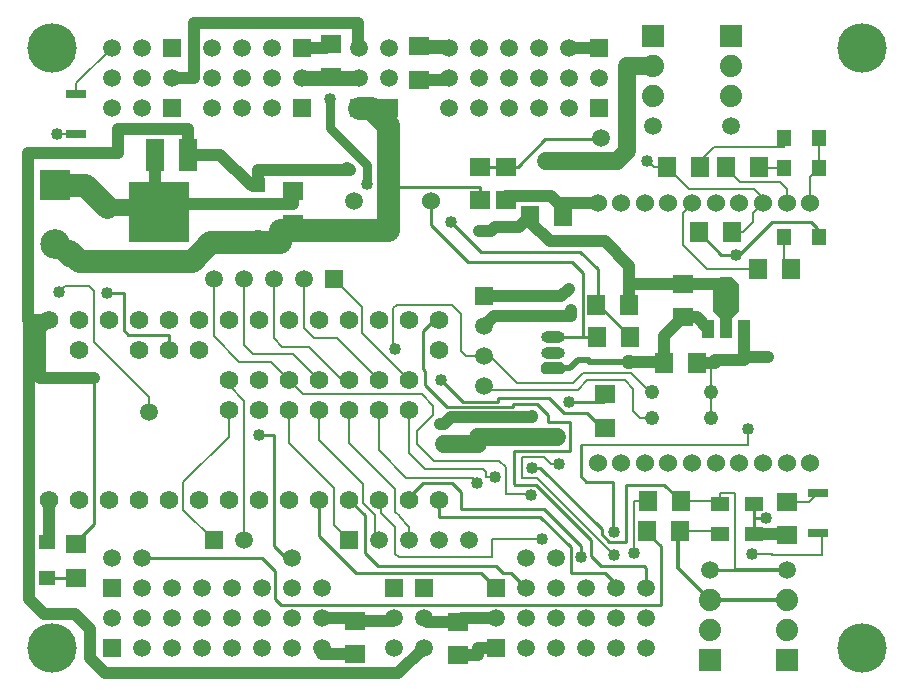
<source format=gtl>
G04 DipTrace Beta 2.3.5.2*
%INTeensy3.1XBreakout.gtl*%
%MOIN*%
%ADD13C,0.04*%
%ADD14C,0.008*%
%ADD15C,0.03*%
%ADD16C,0.01*%
%ADD17C,0.02*%
%ADD18C,0.055*%
%ADD19C,0.075*%
%ADD20C,0.06*%
%ADD21C,0.0394*%
%ADD22C,0.05*%
%ADD23C,0.012*%
%ADD24C,0.0591*%
%ADD29R,0.0669X0.0315*%
%ADD30R,0.0709X0.063*%
%ADD31R,0.063X0.0709*%
%ADD32R,0.063X0.1063*%
%ADD33R,0.0591X0.0591*%
%ADD34C,0.0591*%
%ADD35R,0.0591X0.0472*%
%ADD36R,0.0984X0.0984*%
%ADD37C,0.0984*%
%ADD39R,0.074X0.074*%
%ADD40C,0.074*%
%ADD41R,0.0551X0.0472*%
%ADD42O,0.0787X0.0394*%
%ADD43C,0.0489*%
%ADD44R,0.0472X0.0551*%
%ADD45C,0.06*%
%ADD46C,0.0619*%
%ADD47R,0.2X0.2*%
%ADD48R,0.05X0.05*%
%ADD50R,0.0394X0.0591*%
%ADD52C,0.165*%
%FSLAX44Y44*%
G04*
G70*
G90*
G75*
G01*
%LNTop*%
%LPD*%
X28611Y16080D2*
D13*
Y15130D1*
X29410D1*
X27042Y14930D2*
X27636D1*
Y15050D1*
X28611D1*
Y16080D1*
X9540Y24440D2*
X10290D1*
Y26290D1*
X15740D1*
Y25440D1*
X15790D1*
X30827Y20271D2*
D14*
Y21136D1*
X31131Y21440D1*
Y22440D1*
X14810Y23740D2*
D15*
Y22760D1*
X16040Y21530D1*
Y20910D1*
X19940Y17160D2*
D13*
X22530D1*
X22780Y17410D1*
X27524Y13990D2*
D14*
Y14818D1*
X27636Y14930D1*
X27524Y13990D2*
Y13110D1*
X12425Y20860D2*
D13*
X12170D1*
X11140Y21890D1*
X10091D1*
X21480Y19840D2*
Y19650D1*
X22136Y18994D1*
X23976D1*
X24802Y18168D1*
Y16890D1*
X26570Y17562D2*
X28021D1*
Y16789D1*
X26570Y17562D2*
X24802D1*
Y16890D1*
X12425Y20860D2*
Y21360D1*
X15480D1*
X15390Y21450D1*
X20320Y19490D2*
X21130D1*
X21480Y19840D1*
X10091Y21890D2*
Y22740D1*
X7740D1*
Y21940D1*
X4740D1*
Y16390D1*
X5440D1*
X17940Y5440D2*
X17094Y4594D1*
X7315D1*
X6815Y5094D1*
Y6065D1*
X6315Y6565D1*
X5290D1*
X4790Y7065D1*
Y16440D1*
X4740Y16390D1*
X20320Y19490D2*
X20170Y19340D1*
X19785D1*
X6340Y8892D2*
D16*
Y8990D1*
X6940Y9590D1*
Y14440D1*
D13*
X5140D1*
Y16090D1*
X5440Y16390D1*
X7390Y17290D2*
D16*
X7940D1*
Y16040D1*
X8090Y15890D1*
X9440D1*
Y15390D1*
X11440Y13390D2*
D14*
Y12480D1*
X9930Y10970D1*
Y10050D1*
X10940Y9040D1*
X11440Y14390D2*
Y14200D1*
X11950Y13690D1*
Y9050D1*
X11940Y9040D1*
X12940Y17740D2*
Y15770D1*
X13230Y15480D1*
X14130D1*
X15220Y14390D1*
X15440D1*
X13440Y13390D2*
Y12290D1*
X14940Y10790D1*
Y9540D1*
X15440Y9040D1*
X14440Y13390D2*
Y12380D1*
X15910Y10910D1*
Y10270D1*
X16320Y9860D1*
Y9160D1*
X16440Y9040D1*
X11940Y17740D2*
Y15530D1*
X12240Y15230D1*
X13600D1*
X14440Y14390D1*
X10940Y17740D2*
Y15850D1*
X11800Y14990D1*
X12840D1*
X13440Y14390D1*
X31090Y9271D2*
X31230D1*
Y8550D1*
X29560D1*
X29570Y8560D1*
X28900D1*
X21530Y10530D2*
X21580Y10580D1*
X20670D1*
Y11480D1*
X20460Y11690D1*
X18270D1*
X17710Y12250D1*
Y12670D1*
X18250Y13210D1*
Y13520D1*
X17870Y13900D1*
X13930D1*
X13440Y14390D1*
X16440Y10390D2*
X16530D1*
Y9940D1*
X16980Y9490D1*
Y8590D1*
X17110Y8460D1*
X20220D1*
Y9080D1*
X21880D1*
X17440Y10390D2*
D16*
Y10190D1*
X17390Y10240D1*
Y10420D1*
X17910Y10940D1*
X18900D1*
X19187Y10653D1*
Y10090D1*
X21940D1*
X23180Y8850D1*
Y8470D1*
X18440Y10390D2*
Y9820D1*
X21830D1*
X22840Y8810D1*
Y7940D1*
X23990D1*
X24300Y7630D1*
Y7400D1*
X24340Y7440D1*
X25340D2*
Y8120D1*
X25270Y8190D1*
X23840D1*
X23530Y8500D1*
Y9030D1*
X21687Y10873D1*
X20987D1*
X20940Y10920D1*
Y12010D1*
X22830D1*
Y12989D1*
X22070D1*
Y13220D1*
X21720Y13570D1*
X20904D1*
Y13470D1*
X18720D1*
X17990Y14200D1*
Y14660D1*
X17910Y14740D1*
Y16010D1*
X18190Y16290D1*
X18340D1*
X18440Y16390D1*
X23890Y22390D2*
X23840Y22440D1*
X19820Y21491D2*
X20680D1*
X21081D1*
X21990Y22400D1*
X23800D1*
X23840Y22440D1*
X25556Y13110D2*
D14*
X25160D1*
X24920Y13350D1*
Y14080D1*
X24640Y14360D1*
X23390D1*
X23070Y14040D1*
X20060D1*
X19940Y14160D1*
X18790Y23440D2*
D16*
X18740D1*
X18640Y23340D1*
X18940D1*
X18840Y23440D1*
X18790D1*
X19940Y15160D2*
D14*
X19360D1*
X19170Y15350D1*
Y16580D1*
X18870Y16880D1*
X17040D1*
X16930Y16770D1*
Y15480D1*
X16990Y15420D1*
X19940Y15160D2*
X20150D1*
X21040Y14270D1*
X22910D1*
X23260Y14620D1*
X24850D1*
X25480Y13990D1*
X25556D1*
X15440Y13390D2*
Y12290D1*
X16980Y10750D1*
Y9990D1*
X17140Y9830D1*
Y9810D1*
X17460Y9490D1*
Y9060D1*
X17440Y9040D1*
X16440Y13390D2*
Y12040D1*
X17360Y11120D1*
X19620D1*
Y11040D1*
X19710Y10950D1*
X17440Y13390D2*
Y11930D1*
X17970Y11400D1*
X19910D1*
X20010Y11300D1*
Y11150D1*
X20320D1*
X14940Y17740D2*
X14950D1*
X15890Y16800D1*
Y15940D1*
X17440Y14390D1*
X13940Y17740D2*
Y16110D1*
X14270Y15780D1*
X15050D1*
X16440Y14390D1*
X14440Y10390D2*
D16*
Y9190D1*
X15690Y7940D1*
X19840D1*
X20340Y7440D1*
X15440Y10390D2*
X15970Y9860D1*
Y8610D1*
X16410Y8170D1*
X20360D1*
X20593Y7937D1*
X20843D1*
X21340Y7440D1*
X14540Y5440D2*
D13*
Y5239D1*
X15640D1*
X23740Y20271D2*
X22582D1*
Y19840D1*
X20340Y5440D2*
X19744D1*
Y5209D1*
X19090D1*
X22260Y14770D2*
D17*
X22830D1*
X23100Y15040D1*
X23440D1*
Y14990D1*
X24780D1*
X22790Y25440D2*
D13*
X23790D1*
X20680Y20389D2*
Y20510D1*
X22180D1*
X22582Y20108D1*
Y19840D1*
X17790Y25492D2*
X18738D1*
X18790Y25440D1*
X9125Y19960D2*
Y20250D1*
X13599D1*
Y20661D1*
X8989Y21890D2*
Y20096D1*
X9125Y19960D1*
X7390Y20140D2*
D18*
X8989D1*
D13*
Y21890D1*
X5640Y20890D2*
D19*
X6640D1*
X7390Y20140D1*
X13890Y25440D2*
D13*
X14690D1*
X14840Y25590D1*
X5440Y10390D2*
Y9021D1*
X5390Y8971D1*
X18610Y12230D2*
D20*
X19748D1*
Y12460D1*
X22400D1*
X18790Y25440D2*
D13*
X17842D1*
X17790Y25492D1*
X28350Y18550D2*
D16*
X27858D1*
X27108Y19300D1*
X28350Y18550D2*
X28460D1*
X29540Y19630D1*
X30860D1*
X31050Y19440D1*
Y19221D1*
X31131Y19140D1*
X22860Y16720D2*
D13*
Y16520D1*
X20300D1*
X19940Y16160D1*
X25940Y14930D2*
Y15830D1*
X26570Y16460D1*
X27050D1*
D21*
X27430Y16080D1*
X25940Y14930D2*
D13*
Y14990D1*
X24780D1*
X6360Y23899D2*
D14*
Y24260D1*
X7540Y25440D1*
X28961Y10240D2*
D16*
Y9770D1*
Y9240D1*
Y9770D2*
X29350D1*
X28961Y9240D2*
D13*
X30018D1*
X30060Y9198D1*
X13890Y24440D2*
D22*
X15790D1*
X13890D2*
D13*
X14792D1*
X14840Y24488D1*
X24810Y15810D2*
D16*
Y15830D1*
X23750Y16890D1*
X23700D1*
X23740D2*
Y18060D1*
X23169Y18631D1*
X19859D1*
X18850Y19640D1*
X29949Y19140D2*
D14*
Y18301D1*
X30180Y18070D1*
X29078D2*
X27390D1*
X26570Y18890D1*
Y19951D1*
X26890Y20271D1*
X29949Y21440D2*
X29140D1*
X29110Y21470D1*
X5390Y7790D2*
D16*
X6340D1*
X27490Y7040D2*
D23*
X30040D1*
X26502Y9350D2*
X26430D1*
Y8120D1*
X26410D1*
X27490Y7040D1*
X26502Y9350D2*
D14*
X27709D1*
X27819Y9240D1*
X8540Y8440D2*
D16*
X12540D1*
X12985Y7995D1*
Y7085D1*
X13185Y6885D1*
X25840D1*
Y8850D1*
X25400Y9290D1*
Y9350D1*
X24940Y8600D2*
D14*
Y10350D1*
X25388D1*
X25408Y10330D1*
X27490Y8040D2*
D16*
X30040D1*
X21550Y11450D2*
X21830D1*
X23870Y9410D1*
Y9240D1*
X24130Y8980D1*
X24690D1*
Y10890D1*
X25950D1*
X26510Y10330D1*
D14*
X27729D1*
X27819Y10240D1*
Y10600D1*
X28310D1*
Y8090D1*
X30090D1*
X30040Y8040D1*
X8790Y13320D2*
Y13800D1*
X6950Y15640D1*
Y17350D1*
X6800Y17500D1*
X5970D1*
X5780Y17310D1*
X5710Y22560D2*
X6360D1*
X30060Y10300D2*
X30780D1*
X31090Y10610D1*
X21540Y13180D2*
D13*
Y13130D1*
X18840D1*
X18610Y12900D1*
X18500D1*
X14540Y6440D2*
X15541D1*
X15640Y6341D1*
X16841D1*
X16940Y6440D1*
X23980Y13892D2*
D16*
Y13680D1*
X23930Y13630D1*
X22792D1*
X23708Y15810D2*
X22260D1*
X23708D2*
X23250D1*
Y17940D1*
X22890Y18300D1*
X19420D1*
X18180Y19540D1*
Y20340D1*
X18530Y14360D2*
X19240Y13650D1*
X20426D1*
Y13790D1*
X22110D1*
X22630Y13270D1*
X22858D1*
Y13290D1*
X23390D1*
X23890Y12790D1*
X23980D1*
X12440Y12530D2*
X12940D1*
Y8840D1*
X13340Y8440D1*
X13540D1*
X28210Y19300D2*
D14*
X28590D1*
X28930Y19640D1*
Y19949D1*
X29252Y20271D1*
Y20428D1*
X28940Y20740D1*
X26788D1*
X26058Y21470D1*
X25610D1*
X25400Y21680D1*
X22450Y11580D2*
X22180D1*
X21960Y11800D1*
X21220D1*
Y11110D1*
X21730D1*
X24300Y8540D1*
X27160Y21470D2*
Y21680D1*
X27620Y22140D1*
X29940D1*
Y22449D1*
X29949Y22440D1*
X30039Y20271D2*
Y20751D1*
X29810Y20980D1*
X28498D1*
X28008Y21470D1*
X30120Y20290D2*
D16*
X30101Y20271D1*
X30039D1*
X28750Y12730D2*
D14*
Y12220D1*
X23170D1*
D16*
Y11170D1*
X23363Y10977D1*
X24240D1*
Y9350D1*
X24280Y9310D1*
X20340Y6440D2*
D13*
X19219D1*
X19090Y6311D1*
X18069D1*
X17940Y6440D1*
X17790Y24390D2*
X18740D1*
X18790Y24440D1*
X15790Y23440D2*
D19*
X16200D1*
X16760Y22880D1*
Y19370D1*
X13599D1*
X13139D1*
Y18960D1*
X12425D1*
X10830D1*
X10210Y18340D1*
X6469D1*
X6119Y18690D1*
D20*
Y18443D1*
X5640Y18921D1*
X22020Y21660D2*
X24380D1*
X24720Y22000D1*
Y24840D1*
X25590D1*
X13599Y19559D2*
Y19370D1*
X12425Y19060D2*
Y18960D1*
X15790Y23440D2*
D24*
X16790D1*
D16*
Y20810D1*
X19820D1*
Y20389D1*
D13*
X14810Y23740D3*
X16040Y20910D3*
X22780Y17410D3*
X15390Y21450D3*
X20320Y19490D3*
D3*
X28900Y8560D3*
X21530Y10530D3*
X21880Y9080D3*
X23180Y8470D3*
X16990Y15420D3*
X19710Y10950D3*
X20320Y11150D3*
D22*
X24780Y14990D3*
X18610Y12230D3*
X22400Y12460D3*
D13*
X22860Y16720D3*
D22*
X24780Y14990D3*
D13*
X29350Y9770D3*
X18850Y19640D3*
X24940Y8600D3*
X21550Y11450D3*
X5780Y17310D3*
X5710Y22560D3*
X22792Y13630D3*
X25400Y21680D3*
X22450Y11580D3*
X24300Y8540D3*
X28750Y12730D3*
D22*
X22020Y21660D3*
X16760Y19370D3*
D52*
X32540Y5440D3*
X5540D3*
Y25440D3*
X32540D3*
D22*
X7390Y20140D3*
D13*
X28350Y18550D3*
X29410Y15130D3*
X18500Y12900D3*
X21540Y13180D3*
X7390Y17290D3*
X18530Y14360D3*
X12440Y12530D3*
X24280Y9310D3*
X19785Y19340D3*
D29*
X31090Y10610D3*
Y9271D3*
D30*
X17790Y25492D3*
Y24390D3*
X14840Y25590D3*
Y24488D3*
X15640Y5239D3*
Y6341D3*
X26570Y16460D3*
Y17562D3*
X19090Y5209D3*
Y6311D3*
D31*
X22582Y19840D3*
X21480D3*
X25940Y14930D3*
X27042D3*
D32*
X10091Y21890D3*
X8989D3*
D30*
X13599Y19559D3*
Y20661D3*
D33*
X23790Y25440D3*
D34*
Y24440D3*
X22790Y25440D3*
Y24440D3*
X21790Y25440D3*
Y24440D3*
X20790Y25440D3*
Y24440D3*
X19790Y25440D3*
Y24440D3*
X18790Y25440D3*
Y24440D3*
D33*
X23790Y23440D3*
D34*
X22790D3*
X21790D3*
X20790D3*
X19790D3*
X18790D3*
D33*
X9540Y25440D3*
D34*
Y24440D3*
X8540Y25440D3*
Y24440D3*
X7540Y25440D3*
Y24440D3*
D33*
X9540Y23440D3*
D34*
X8540D3*
X7540D3*
D33*
X13890Y25440D3*
D34*
X12890D3*
X11890D3*
X10890D3*
X13890Y24440D3*
X12890D3*
X11890D3*
X10890D3*
D33*
X13890Y23440D3*
D34*
X12890D3*
X11890D3*
X10890D3*
D33*
X7540Y5440D3*
D34*
Y6440D3*
X8540Y5440D3*
Y6440D3*
X9540Y5440D3*
Y6440D3*
X10540Y5440D3*
Y6440D3*
X11540Y5440D3*
Y6440D3*
X12540Y5440D3*
Y6440D3*
X13540Y5440D3*
Y6440D3*
X14540Y5440D3*
Y6440D3*
D33*
X7540Y7440D3*
D34*
X8540D3*
X9540D3*
X10540D3*
X11540D3*
X12540D3*
X13540D3*
X14540D3*
D33*
X20340Y5440D3*
D34*
Y6440D3*
X21340Y5440D3*
Y6440D3*
X22340Y5440D3*
Y6440D3*
X23340Y5440D3*
Y6440D3*
X24340Y5440D3*
Y6440D3*
X25340Y5440D3*
Y6440D3*
D33*
X20340Y7440D3*
D34*
X21340D3*
X22340D3*
X23340D3*
X24340D3*
X25340D3*
D31*
X24810Y15810D3*
X23708D3*
D35*
X27819Y9240D3*
X28961D3*
X27819Y10240D3*
X28961D3*
D33*
X19940Y17160D3*
D34*
Y16160D3*
Y15160D3*
Y14160D3*
D36*
X5640Y20890D3*
D37*
Y18921D3*
D33*
X15440Y9040D3*
D34*
X16440D3*
X17440D3*
X18440D3*
X19440D3*
D33*
X14940Y17740D3*
D34*
X13940D3*
X12940D3*
X11940D3*
X10940D3*
D33*
Y9040D3*
D34*
X11940D3*
X8540Y8440D3*
D39*
X25590Y25840D3*
D40*
Y24840D3*
Y23840D3*
D39*
X28190Y25840D3*
D40*
Y24840D3*
Y23840D3*
D39*
X27490Y5040D3*
D40*
Y6040D3*
Y7040D3*
D39*
X30040Y5040D3*
D40*
Y6040D3*
Y7040D3*
D33*
X16790Y23440D3*
D34*
Y24440D3*
Y25440D3*
D33*
X15790Y23440D3*
D34*
Y24440D3*
Y25440D3*
D33*
X16940Y7440D3*
D34*
Y6440D3*
Y5440D3*
D33*
X17940Y7440D3*
D34*
Y6440D3*
Y5440D3*
X7540Y8440D3*
X25590Y22840D3*
X28190D3*
X27490Y8040D3*
X30040D3*
X13540Y8440D3*
X23840Y22440D3*
X22340Y8440D3*
X21340D3*
D41*
X5390Y7790D3*
Y8971D3*
G36*
X22555Y14573D2*
X22654Y14672D1*
Y14868D1*
X22555Y14967D1*
X21965D1*
X21866Y14868D1*
Y14672D1*
X21965Y14573D1*
X22555D1*
G37*
D42*
X22260Y15290D3*
Y15810D3*
D30*
X19820Y20389D3*
Y21491D3*
X20680D3*
Y20389D3*
X23980Y12790D3*
Y13892D3*
D31*
X26502Y9350D3*
X25400D3*
D30*
X6340Y8892D3*
Y7790D3*
D31*
X23700Y16890D3*
X24802D3*
X29110Y21470D3*
X28008D3*
X30180Y18070D3*
X29078D3*
X27160Y21470D3*
X26058D3*
X28210Y19300D3*
X27108D3*
D43*
X25556Y13990D3*
X27524D3*
X25556Y13110D3*
X27524D3*
D31*
X26510Y10330D3*
X25408D3*
D30*
X30060Y10300D3*
Y9198D3*
D34*
X8790Y13320D3*
D44*
X29949Y19140D3*
X31131D3*
D29*
X6360Y22560D3*
Y23899D3*
D44*
X31131Y22440D3*
X29949D3*
D20*
X18180Y20340D3*
D34*
X15620D3*
D44*
X31131Y21440D3*
X29949D3*
D45*
X23740Y20271D3*
X24527D3*
X25315D3*
X26102D3*
X26890D3*
X27677D3*
X28464D3*
X29252D3*
X30039D3*
X30827D3*
X23740Y11609D3*
X24527D3*
X25315D3*
X26102D3*
X26890D3*
X27677D3*
X28464D3*
X29252D3*
X30039D3*
X30827D3*
D46*
X5440Y10390D3*
X6440D3*
X7440D3*
X8440D3*
X9440D3*
X10440D3*
X11440D3*
X12440D3*
X13440D3*
X14440D3*
X15440D3*
X16440D3*
X17440D3*
X18440D3*
Y15390D3*
Y16390D3*
X17440D3*
X16440D3*
X15440D3*
X14440D3*
X13440D3*
X12440D3*
X11440D3*
X10440D3*
X9440D3*
X8440D3*
X7440D3*
X6440D3*
X5440D3*
X6440Y15390D3*
X8440D3*
X9440D3*
X10440D3*
X17440Y13390D3*
Y14390D3*
X16440Y13390D3*
X15440D3*
X14440D3*
X13440D3*
X16440Y14390D3*
X15440D3*
X14440D3*
X13440D3*
X12440D3*
X11440D3*
X12440Y13390D3*
X11440D3*
D47*
X9125Y19960D3*
D48*
X12425Y20860D3*
Y19060D3*
D50*
X27430Y16080D3*
G36*
X28217Y15785D2*
Y16454D1*
X28454Y16690D1*
Y17556D1*
X28217Y17793D1*
X27824D1*
X27587Y17556D1*
Y16690D1*
X27824Y16454D1*
Y15785D1*
X28217D1*
G37*
D50*
X28611Y16080D3*
M02*

</source>
